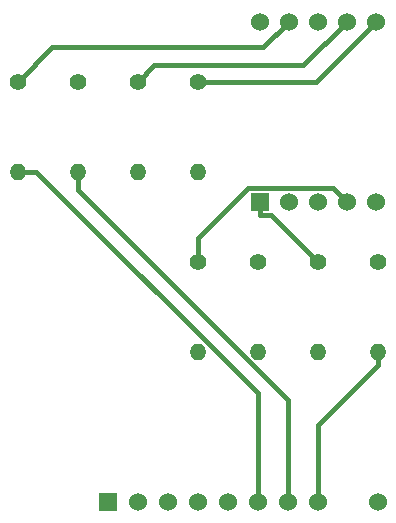
<source format=gbr>
%TF.GenerationSoftware,KiCad,Pcbnew,5.1.4-3.fc31*%
%TF.CreationDate,2019-11-08T16:10:22+01:00*%
%TF.ProjectId,LED_display,4c45445f-6469-4737-906c-61792e6b6963,rev?*%
%TF.SameCoordinates,PX76b1be0PY76b1be0*%
%TF.FileFunction,Copper,L2,Bot*%
%TF.FilePolarity,Positive*%
%FSLAX46Y46*%
G04 Gerber Fmt 4.6, Leading zero omitted, Abs format (unit mm)*
G04 Created by KiCad (PCBNEW 5.1.4-3.fc31) date 2019-11-08 16:10:22*
%MOMM*%
%LPD*%
G04 APERTURE LIST*
%TA.AperFunction,ComponentPad*%
%ADD10R,1.524000X1.524000*%
%TD*%
%TA.AperFunction,ComponentPad*%
%ADD11C,1.524000*%
%TD*%
%TA.AperFunction,ComponentPad*%
%ADD12O,1.400000X1.400000*%
%TD*%
%TA.AperFunction,ComponentPad*%
%ADD13C,1.400000*%
%TD*%
%TA.AperFunction,Conductor*%
%ADD14C,0.400000*%
%TD*%
G04 APERTURE END LIST*
D10*
%TO.P,J1,1*%
%TO.N,Net-(J1-Pad1)*%
X12700000Y7620000D03*
D11*
%TO.P,J1,2*%
%TO.N,Net-(J1-Pad2)*%
X15240000Y7620000D03*
%TO.P,J1,3*%
%TO.N,Net-(J1-Pad3)*%
X17780000Y7620000D03*
%TO.P,J1,4*%
%TO.N,Net-(J1-Pad4)*%
X20320000Y7620000D03*
%TO.P,J1,5*%
%TO.N,Net-(J1-Pad5)*%
X22860000Y7620000D03*
%TO.P,J1,6*%
%TO.N,Net-(J1-Pad6)*%
X25400000Y7620000D03*
%TO.P,J1,7*%
%TO.N,Net-(J1-Pad7)*%
X27940000Y7620000D03*
%TO.P,J1,8*%
%TO.N,Net-(J1-Pad8)*%
X30480000Y7620000D03*
%TO.P,J1,9*%
%TO.N,Net-(J1-Pad9)*%
X35560000Y7620000D03*
%TD*%
D12*
%TO.P,R1,2*%
%TO.N,Net-(J1-Pad1)*%
X15240000Y35560000D03*
D13*
%TO.P,R1,1*%
%TO.N,Net-(R1-Pad1)*%
X15240000Y43180000D03*
%TD*%
D12*
%TO.P,R2,2*%
%TO.N,Net-(J1-Pad2)*%
X20320000Y35560000D03*
D13*
%TO.P,R2,1*%
%TO.N,Net-(R2-Pad1)*%
X20320000Y43180000D03*
%TD*%
D12*
%TO.P,R3,2*%
%TO.N,Net-(J1-Pad3)*%
X20320000Y20320000D03*
D13*
%TO.P,R3,1*%
%TO.N,Net-(R3-Pad1)*%
X20320000Y27940000D03*
%TD*%
D12*
%TO.P,R4,2*%
%TO.N,Net-(J1-Pad4)*%
X25400000Y20320000D03*
D13*
%TO.P,R4,1*%
%TO.N,Net-(R4-Pad1)*%
X25400000Y27940000D03*
%TD*%
D12*
%TO.P,R5,2*%
%TO.N,Net-(J1-Pad5)*%
X30480000Y20320000D03*
D13*
%TO.P,R5,1*%
%TO.N,Net-(R5-Pad1)*%
X30480000Y27940000D03*
%TD*%
D12*
%TO.P,R6,2*%
%TO.N,Net-(J1-Pad6)*%
X5080000Y35560000D03*
D13*
%TO.P,R6,1*%
%TO.N,Net-(R6-Pad1)*%
X5080000Y43180000D03*
%TD*%
D12*
%TO.P,R7,2*%
%TO.N,Net-(J1-Pad7)*%
X10160000Y35560000D03*
D13*
%TO.P,R7,1*%
%TO.N,Net-(R7-Pad1)*%
X10160000Y43180000D03*
%TD*%
D12*
%TO.P,R8,2*%
%TO.N,Net-(J1-Pad8)*%
X35560000Y20320000D03*
D13*
%TO.P,R8,1*%
%TO.N,Net-(R8-Pad1)*%
X35560000Y27940000D03*
%TD*%
D11*
%TO.P,U1,6*%
%TO.N,Net-(R2-Pad1)*%
X35400000Y48260000D03*
%TO.P,U1,7*%
%TO.N,Net-(R1-Pad1)*%
X32940000Y48260000D03*
%TO.P,U1,10*%
%TO.N,Net-(R7-Pad1)*%
X25560000Y48260000D03*
%TO.P,U1,9*%
%TO.N,Net-(R6-Pad1)*%
X28020000Y48260000D03*
%TO.P,U1,8*%
%TO.N,Net-(J1-Pad9)*%
X30480000Y48260000D03*
%TO.P,U1,5*%
%TO.N,Net-(R8-Pad1)*%
X35400000Y33020000D03*
%TO.P,U1,4*%
%TO.N,Net-(R3-Pad1)*%
X32940000Y33020000D03*
D10*
%TO.P,U1,1*%
%TO.N,Net-(R5-Pad1)*%
X25560000Y33020000D03*
D11*
%TO.P,U1,2*%
%TO.N,Net-(R4-Pad1)*%
X28020000Y33020000D03*
%TO.P,U1,3*%
%TO.N,Net-(J1-Pad9)*%
X30480000Y33020000D03*
%TD*%
D14*
%TO.N,Net-(J1-Pad8)*%
X35560000Y20320000D02*
X35560000Y19219700D01*
X35560000Y19219700D02*
X30480000Y14139700D01*
X30480000Y14139700D02*
X30480000Y7620000D01*
%TO.N,Net-(J1-Pad7)*%
X10160000Y35560000D02*
X10160000Y33980300D01*
X10160000Y33980300D02*
X27940000Y16200300D01*
X27940000Y16200300D02*
X27940000Y7620000D01*
%TO.N,Net-(J1-Pad6)*%
X5080000Y35560000D02*
X6645300Y35560000D01*
X6645300Y35560000D02*
X25400000Y16805300D01*
X25400000Y16805300D02*
X25400000Y7620000D01*
%TO.N,Net-(R1-Pad1)*%
X15240000Y43180000D02*
X16630200Y44570200D01*
X16630200Y44570200D02*
X29250200Y44570200D01*
X29250200Y44570200D02*
X32940000Y48260000D01*
%TO.N,Net-(R2-Pad1)*%
X35400000Y48260000D02*
X30320000Y43180000D01*
X30320000Y43180000D02*
X20320000Y43180000D01*
%TO.N,Net-(R3-Pad1)*%
X32940000Y33020000D02*
X31777600Y34182400D01*
X31777600Y34182400D02*
X24582500Y34182400D01*
X24582500Y34182400D02*
X20320000Y29919900D01*
X20320000Y29919900D02*
X20320000Y27940000D01*
%TO.N,Net-(R5-Pad1)*%
X25560000Y33020000D02*
X25560000Y31857700D01*
X25560000Y31857700D02*
X26562300Y31857700D01*
X26562300Y31857700D02*
X30480000Y27940000D01*
%TO.N,Net-(R6-Pad1)*%
X28020000Y48260000D02*
X25851200Y46091200D01*
X25851200Y46091200D02*
X7991200Y46091200D01*
X7991200Y46091200D02*
X5080000Y43180000D01*
%TD*%
M02*

</source>
